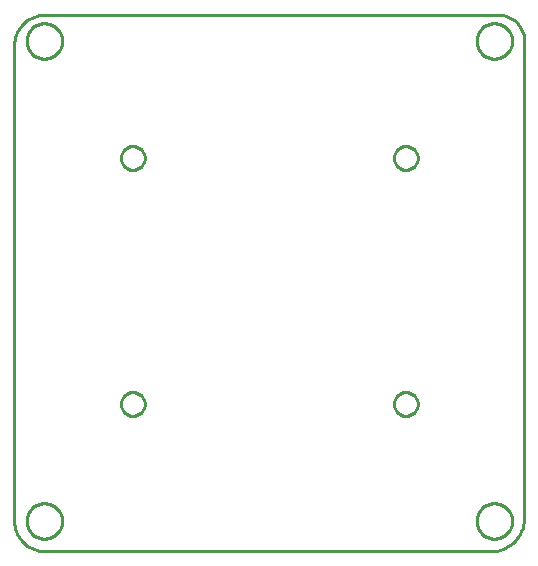
<source format=gbr>
G04 EAGLE Gerber RS-274X export*
G75*
%MOMM*%
%FSLAX34Y34*%
%LPD*%
%IN*%
%IPPOS*%
%AMOC8*
5,1,8,0,0,1.08239X$1,22.5*%
G01*
%ADD10C,0.254000*%


D10*
X139700Y139700D02*
X139797Y137486D01*
X140086Y135289D01*
X140565Y133126D01*
X141232Y131013D01*
X142080Y128966D01*
X143103Y127000D01*
X144294Y125131D01*
X145642Y123373D01*
X147140Y121740D01*
X148773Y120242D01*
X150531Y118894D01*
X152400Y117703D01*
X154366Y116680D01*
X156413Y115832D01*
X158526Y115165D01*
X160689Y114686D01*
X162886Y114397D01*
X165100Y114300D01*
X545900Y114300D01*
X548378Y114685D01*
X550814Y115285D01*
X553188Y116095D01*
X555482Y117109D01*
X557679Y118319D01*
X559762Y119716D01*
X561716Y121289D01*
X563525Y123026D01*
X565176Y124915D01*
X566656Y126940D01*
X567953Y129086D01*
X569059Y131337D01*
X569965Y133676D01*
X570663Y136085D01*
X571148Y138546D01*
X571417Y141040D01*
X571468Y143547D01*
X571300Y146050D01*
X571300Y549150D01*
X570939Y551075D01*
X570411Y552961D01*
X569721Y554794D01*
X568874Y556560D01*
X567876Y558245D01*
X566735Y559837D01*
X565460Y561324D01*
X564060Y562693D01*
X562545Y563936D01*
X560929Y565041D01*
X559222Y566002D01*
X557438Y566810D01*
X555590Y567460D01*
X553693Y567946D01*
X551760Y568264D01*
X549808Y568414D01*
X547849Y568392D01*
X545900Y568200D01*
X165100Y568200D01*
X162886Y568103D01*
X160689Y567814D01*
X158526Y567335D01*
X156413Y566668D01*
X154366Y565820D01*
X152400Y564797D01*
X150531Y563606D01*
X148773Y562258D01*
X147140Y560761D01*
X145642Y559127D01*
X144294Y557369D01*
X143103Y555500D01*
X142080Y553535D01*
X141232Y551487D01*
X140565Y549374D01*
X140086Y547211D01*
X139797Y545014D01*
X139700Y542800D01*
X139700Y139700D01*
X180100Y545564D02*
X180024Y544496D01*
X179871Y543435D01*
X179643Y542388D01*
X179341Y541360D01*
X178967Y540356D01*
X178522Y539381D01*
X178008Y538441D01*
X177429Y537540D01*
X176787Y536682D01*
X176085Y535872D01*
X175328Y535115D01*
X174518Y534413D01*
X173660Y533771D01*
X172759Y533192D01*
X171819Y532678D01*
X170844Y532233D01*
X169840Y531859D01*
X168812Y531557D01*
X167765Y531329D01*
X166704Y531176D01*
X165636Y531100D01*
X164564Y531100D01*
X163496Y531176D01*
X162435Y531329D01*
X161388Y531557D01*
X160360Y531859D01*
X159356Y532233D01*
X158381Y532678D01*
X157441Y533192D01*
X156540Y533771D01*
X155682Y534413D01*
X154872Y535115D01*
X154115Y535872D01*
X153413Y536682D01*
X152771Y537540D01*
X152192Y538441D01*
X151678Y539381D01*
X151233Y540356D01*
X150859Y541360D01*
X150557Y542388D01*
X150329Y543435D01*
X150176Y544496D01*
X150100Y545564D01*
X150100Y546636D01*
X150176Y547704D01*
X150329Y548765D01*
X150557Y549812D01*
X150859Y550840D01*
X151233Y551844D01*
X151678Y552819D01*
X152192Y553759D01*
X152771Y554660D01*
X153413Y555518D01*
X154115Y556328D01*
X154872Y557085D01*
X155682Y557787D01*
X156540Y558429D01*
X157441Y559008D01*
X158381Y559522D01*
X159356Y559967D01*
X160360Y560341D01*
X161388Y560643D01*
X162435Y560871D01*
X163496Y561024D01*
X164564Y561100D01*
X165636Y561100D01*
X166704Y561024D01*
X167765Y560871D01*
X168812Y560643D01*
X169840Y560341D01*
X170844Y559967D01*
X171819Y559522D01*
X172759Y559008D01*
X173660Y558429D01*
X174518Y557787D01*
X175328Y557085D01*
X176085Y556328D01*
X176787Y555518D01*
X177429Y554660D01*
X178008Y553759D01*
X178522Y552819D01*
X178967Y551844D01*
X179341Y550840D01*
X179643Y549812D01*
X179871Y548765D01*
X180024Y547704D01*
X180100Y546636D01*
X180100Y545564D01*
X180100Y139164D02*
X180024Y138096D01*
X179871Y137035D01*
X179643Y135988D01*
X179341Y134960D01*
X178967Y133956D01*
X178522Y132981D01*
X178008Y132041D01*
X177429Y131140D01*
X176787Y130282D01*
X176085Y129472D01*
X175328Y128715D01*
X174518Y128013D01*
X173660Y127371D01*
X172759Y126792D01*
X171819Y126278D01*
X170844Y125833D01*
X169840Y125459D01*
X168812Y125157D01*
X167765Y124929D01*
X166704Y124776D01*
X165636Y124700D01*
X164564Y124700D01*
X163496Y124776D01*
X162435Y124929D01*
X161388Y125157D01*
X160360Y125459D01*
X159356Y125833D01*
X158381Y126278D01*
X157441Y126792D01*
X156540Y127371D01*
X155682Y128013D01*
X154872Y128715D01*
X154115Y129472D01*
X153413Y130282D01*
X152771Y131140D01*
X152192Y132041D01*
X151678Y132981D01*
X151233Y133956D01*
X150859Y134960D01*
X150557Y135988D01*
X150329Y137035D01*
X150176Y138096D01*
X150100Y139164D01*
X150100Y140236D01*
X150176Y141304D01*
X150329Y142365D01*
X150557Y143412D01*
X150859Y144440D01*
X151233Y145444D01*
X151678Y146419D01*
X152192Y147359D01*
X152771Y148260D01*
X153413Y149118D01*
X154115Y149928D01*
X154872Y150685D01*
X155682Y151387D01*
X156540Y152029D01*
X157441Y152608D01*
X158381Y153122D01*
X159356Y153567D01*
X160360Y153941D01*
X161388Y154243D01*
X162435Y154471D01*
X163496Y154624D01*
X164564Y154700D01*
X165636Y154700D01*
X166704Y154624D01*
X167765Y154471D01*
X168812Y154243D01*
X169840Y153941D01*
X170844Y153567D01*
X171819Y153122D01*
X172759Y152608D01*
X173660Y152029D01*
X174518Y151387D01*
X175328Y150685D01*
X176085Y149928D01*
X176787Y149118D01*
X177429Y148260D01*
X178008Y147359D01*
X178522Y146419D01*
X178967Y145444D01*
X179341Y144440D01*
X179643Y143412D01*
X179871Y142365D01*
X180024Y141304D01*
X180100Y140236D01*
X180100Y139164D01*
X561100Y139164D02*
X561024Y138096D01*
X560871Y137035D01*
X560643Y135988D01*
X560341Y134960D01*
X559967Y133956D01*
X559522Y132981D01*
X559008Y132041D01*
X558429Y131140D01*
X557787Y130282D01*
X557085Y129472D01*
X556328Y128715D01*
X555518Y128013D01*
X554660Y127371D01*
X553759Y126792D01*
X552819Y126278D01*
X551844Y125833D01*
X550840Y125459D01*
X549812Y125157D01*
X548765Y124929D01*
X547704Y124776D01*
X546636Y124700D01*
X545564Y124700D01*
X544496Y124776D01*
X543435Y124929D01*
X542388Y125157D01*
X541360Y125459D01*
X540356Y125833D01*
X539381Y126278D01*
X538441Y126792D01*
X537540Y127371D01*
X536682Y128013D01*
X535872Y128715D01*
X535115Y129472D01*
X534413Y130282D01*
X533771Y131140D01*
X533192Y132041D01*
X532678Y132981D01*
X532233Y133956D01*
X531859Y134960D01*
X531557Y135988D01*
X531329Y137035D01*
X531176Y138096D01*
X531100Y139164D01*
X531100Y140236D01*
X531176Y141304D01*
X531329Y142365D01*
X531557Y143412D01*
X531859Y144440D01*
X532233Y145444D01*
X532678Y146419D01*
X533192Y147359D01*
X533771Y148260D01*
X534413Y149118D01*
X535115Y149928D01*
X535872Y150685D01*
X536682Y151387D01*
X537540Y152029D01*
X538441Y152608D01*
X539381Y153122D01*
X540356Y153567D01*
X541360Y153941D01*
X542388Y154243D01*
X543435Y154471D01*
X544496Y154624D01*
X545564Y154700D01*
X546636Y154700D01*
X547704Y154624D01*
X548765Y154471D01*
X549812Y154243D01*
X550840Y153941D01*
X551844Y153567D01*
X552819Y153122D01*
X553759Y152608D01*
X554660Y152029D01*
X555518Y151387D01*
X556328Y150685D01*
X557085Y149928D01*
X557787Y149118D01*
X558429Y148260D01*
X559008Y147359D01*
X559522Y146419D01*
X559967Y145444D01*
X560341Y144440D01*
X560643Y143412D01*
X560871Y142365D01*
X561024Y141304D01*
X561100Y140236D01*
X561100Y139164D01*
X561100Y545564D02*
X561024Y544496D01*
X560871Y543435D01*
X560643Y542388D01*
X560341Y541360D01*
X559967Y540356D01*
X559522Y539381D01*
X559008Y538441D01*
X558429Y537540D01*
X557787Y536682D01*
X557085Y535872D01*
X556328Y535115D01*
X555518Y534413D01*
X554660Y533771D01*
X553759Y533192D01*
X552819Y532678D01*
X551844Y532233D01*
X550840Y531859D01*
X549812Y531557D01*
X548765Y531329D01*
X547704Y531176D01*
X546636Y531100D01*
X545564Y531100D01*
X544496Y531176D01*
X543435Y531329D01*
X542388Y531557D01*
X541360Y531859D01*
X540356Y532233D01*
X539381Y532678D01*
X538441Y533192D01*
X537540Y533771D01*
X536682Y534413D01*
X535872Y535115D01*
X535115Y535872D01*
X534413Y536682D01*
X533771Y537540D01*
X533192Y538441D01*
X532678Y539381D01*
X532233Y540356D01*
X531859Y541360D01*
X531557Y542388D01*
X531329Y543435D01*
X531176Y544496D01*
X531100Y545564D01*
X531100Y546636D01*
X531176Y547704D01*
X531329Y548765D01*
X531557Y549812D01*
X531859Y550840D01*
X532233Y551844D01*
X532678Y552819D01*
X533192Y553759D01*
X533771Y554660D01*
X534413Y555518D01*
X535115Y556328D01*
X535872Y557085D01*
X536682Y557787D01*
X537540Y558429D01*
X538441Y559008D01*
X539381Y559522D01*
X540356Y559967D01*
X541360Y560341D01*
X542388Y560643D01*
X543435Y560871D01*
X544496Y561024D01*
X545564Y561100D01*
X546636Y561100D01*
X547704Y561024D01*
X548765Y560871D01*
X549812Y560643D01*
X550840Y560341D01*
X551844Y559967D01*
X552819Y559522D01*
X553759Y559008D01*
X554660Y558429D01*
X555518Y557787D01*
X556328Y557085D01*
X557085Y556328D01*
X557787Y555518D01*
X558429Y554660D01*
X559008Y553759D01*
X559522Y552819D01*
X559967Y551844D01*
X560341Y550840D01*
X560643Y549812D01*
X560871Y548765D01*
X561024Y547704D01*
X561100Y546636D01*
X561100Y545564D01*
X470733Y248760D02*
X469864Y248684D01*
X469004Y248532D01*
X468160Y248306D01*
X467340Y248008D01*
X466548Y247639D01*
X465792Y247202D01*
X465077Y246701D01*
X464408Y246140D01*
X463790Y245522D01*
X463229Y244853D01*
X462728Y244138D01*
X462291Y243382D01*
X461922Y242590D01*
X461624Y241770D01*
X461398Y240926D01*
X461246Y240067D01*
X461170Y239197D01*
X461170Y238323D01*
X461246Y237454D01*
X461398Y236594D01*
X461624Y235750D01*
X461922Y234930D01*
X462291Y234138D01*
X462728Y233382D01*
X463229Y232667D01*
X463790Y231998D01*
X464408Y231380D01*
X465077Y230819D01*
X465792Y230318D01*
X466548Y229881D01*
X467340Y229512D01*
X468160Y229214D01*
X469004Y228988D01*
X469864Y228836D01*
X470733Y228760D01*
X471607Y228760D01*
X472477Y228836D01*
X473336Y228988D01*
X474180Y229214D01*
X475000Y229512D01*
X475792Y229881D01*
X476548Y230318D01*
X477263Y230819D01*
X477932Y231380D01*
X478550Y231998D01*
X479111Y232667D01*
X479612Y233382D01*
X480049Y234138D01*
X480418Y234930D01*
X480716Y235750D01*
X480942Y236594D01*
X481094Y237454D01*
X481170Y238323D01*
X481170Y239197D01*
X481094Y240067D01*
X480942Y240926D01*
X480716Y241770D01*
X480418Y242590D01*
X480049Y243382D01*
X479612Y244138D01*
X479111Y244853D01*
X478550Y245522D01*
X477932Y246140D01*
X477263Y246701D01*
X476548Y247202D01*
X475792Y247639D01*
X475000Y248008D01*
X474180Y248306D01*
X473336Y248532D01*
X472477Y248684D01*
X471607Y248760D01*
X470733Y248760D01*
X470733Y457040D02*
X469864Y456964D01*
X469004Y456812D01*
X468160Y456586D01*
X467340Y456288D01*
X466548Y455919D01*
X465792Y455482D01*
X465077Y454981D01*
X464408Y454420D01*
X463790Y453802D01*
X463229Y453133D01*
X462728Y452418D01*
X462291Y451662D01*
X461922Y450870D01*
X461624Y450050D01*
X461398Y449206D01*
X461246Y448347D01*
X461170Y447477D01*
X461170Y446603D01*
X461246Y445734D01*
X461398Y444874D01*
X461624Y444030D01*
X461922Y443210D01*
X462291Y442418D01*
X462728Y441662D01*
X463229Y440947D01*
X463790Y440278D01*
X464408Y439660D01*
X465077Y439099D01*
X465792Y438598D01*
X466548Y438161D01*
X467340Y437792D01*
X468160Y437494D01*
X469004Y437268D01*
X469864Y437116D01*
X470733Y437040D01*
X471607Y437040D01*
X472477Y437116D01*
X473336Y437268D01*
X474180Y437494D01*
X475000Y437792D01*
X475792Y438161D01*
X476548Y438598D01*
X477263Y439099D01*
X477932Y439660D01*
X478550Y440278D01*
X479111Y440947D01*
X479612Y441662D01*
X480049Y442418D01*
X480418Y443210D01*
X480716Y444030D01*
X480942Y444874D01*
X481094Y445734D01*
X481170Y446603D01*
X481170Y447477D01*
X481094Y448347D01*
X480942Y449206D01*
X480716Y450050D01*
X480418Y450870D01*
X480049Y451662D01*
X479612Y452418D01*
X479111Y453133D01*
X478550Y453802D01*
X477932Y454420D01*
X477263Y454981D01*
X476548Y455482D01*
X475792Y455919D01*
X475000Y456288D01*
X474180Y456586D01*
X473336Y456812D01*
X472477Y456964D01*
X471607Y457040D01*
X470733Y457040D01*
X239593Y457040D02*
X238724Y456964D01*
X237864Y456812D01*
X237020Y456586D01*
X236200Y456288D01*
X235408Y455919D01*
X234652Y455482D01*
X233937Y454981D01*
X233268Y454420D01*
X232650Y453802D01*
X232089Y453133D01*
X231588Y452418D01*
X231151Y451662D01*
X230782Y450870D01*
X230484Y450050D01*
X230258Y449206D01*
X230106Y448347D01*
X230030Y447477D01*
X230030Y446603D01*
X230106Y445734D01*
X230258Y444874D01*
X230484Y444030D01*
X230782Y443210D01*
X231151Y442418D01*
X231588Y441662D01*
X232089Y440947D01*
X232650Y440278D01*
X233268Y439660D01*
X233937Y439099D01*
X234652Y438598D01*
X235408Y438161D01*
X236200Y437792D01*
X237020Y437494D01*
X237864Y437268D01*
X238724Y437116D01*
X239593Y437040D01*
X240467Y437040D01*
X241337Y437116D01*
X242196Y437268D01*
X243040Y437494D01*
X243860Y437792D01*
X244652Y438161D01*
X245408Y438598D01*
X246123Y439099D01*
X246792Y439660D01*
X247410Y440278D01*
X247971Y440947D01*
X248472Y441662D01*
X248909Y442418D01*
X249278Y443210D01*
X249576Y444030D01*
X249802Y444874D01*
X249954Y445734D01*
X250030Y446603D01*
X250030Y447477D01*
X249954Y448347D01*
X249802Y449206D01*
X249576Y450050D01*
X249278Y450870D01*
X248909Y451662D01*
X248472Y452418D01*
X247971Y453133D01*
X247410Y453802D01*
X246792Y454420D01*
X246123Y454981D01*
X245408Y455482D01*
X244652Y455919D01*
X243860Y456288D01*
X243040Y456586D01*
X242196Y456812D01*
X241337Y456964D01*
X240467Y457040D01*
X239593Y457040D01*
X239593Y248760D02*
X238724Y248684D01*
X237864Y248532D01*
X237020Y248306D01*
X236200Y248008D01*
X235408Y247639D01*
X234652Y247202D01*
X233937Y246701D01*
X233268Y246140D01*
X232650Y245522D01*
X232089Y244853D01*
X231588Y244138D01*
X231151Y243382D01*
X230782Y242590D01*
X230484Y241770D01*
X230258Y240926D01*
X230106Y240067D01*
X230030Y239197D01*
X230030Y238323D01*
X230106Y237454D01*
X230258Y236594D01*
X230484Y235750D01*
X230782Y234930D01*
X231151Y234138D01*
X231588Y233382D01*
X232089Y232667D01*
X232650Y231998D01*
X233268Y231380D01*
X233937Y230819D01*
X234652Y230318D01*
X235408Y229881D01*
X236200Y229512D01*
X237020Y229214D01*
X237864Y228988D01*
X238724Y228836D01*
X239593Y228760D01*
X240467Y228760D01*
X241337Y228836D01*
X242196Y228988D01*
X243040Y229214D01*
X243860Y229512D01*
X244652Y229881D01*
X245408Y230318D01*
X246123Y230819D01*
X246792Y231380D01*
X247410Y231998D01*
X247971Y232667D01*
X248472Y233382D01*
X248909Y234138D01*
X249278Y234930D01*
X249576Y235750D01*
X249802Y236594D01*
X249954Y237454D01*
X250030Y238323D01*
X250030Y239197D01*
X249954Y240067D01*
X249802Y240926D01*
X249576Y241770D01*
X249278Y242590D01*
X248909Y243382D01*
X248472Y244138D01*
X247971Y244853D01*
X247410Y245522D01*
X246792Y246140D01*
X246123Y246701D01*
X245408Y247202D01*
X244652Y247639D01*
X243860Y248008D01*
X243040Y248306D01*
X242196Y248532D01*
X241337Y248684D01*
X240467Y248760D01*
X239593Y248760D01*
M02*

</source>
